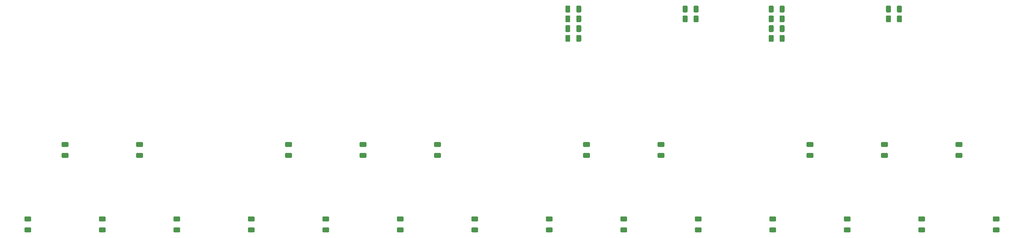
<source format=gtp>
G04 #@! TF.GenerationSoftware,KiCad,Pcbnew,(5.1.10)-1*
G04 #@! TF.CreationDate,2021-09-29T18:39:33-04:00*
G04 #@! TF.ProjectId,design,64657369-676e-42e6-9b69-6361645f7063,rev?*
G04 #@! TF.SameCoordinates,Original*
G04 #@! TF.FileFunction,Paste,Top*
G04 #@! TF.FilePolarity,Positive*
%FSLAX46Y46*%
G04 Gerber Fmt 4.6, Leading zero omitted, Abs format (unit mm)*
G04 Created by KiCad (PCBNEW (5.1.10)-1) date 2021-09-29 18:39:33*
%MOMM*%
%LPD*%
G01*
G04 APERTURE LIST*
G04 APERTURE END LIST*
G36*
G01*
X235575000Y-95845000D02*
X234325000Y-95845000D01*
G75*
G02*
X234075000Y-95595000I0J250000D01*
G01*
X234075000Y-94845000D01*
G75*
G02*
X234325000Y-94595000I250000J0D01*
G01*
X235575000Y-94595000D01*
G75*
G02*
X235825000Y-94845000I0J-250000D01*
G01*
X235825000Y-95595000D01*
G75*
G02*
X235575000Y-95845000I-250000J0D01*
G01*
G37*
G36*
G01*
X235575000Y-98645000D02*
X234325000Y-98645000D01*
G75*
G02*
X234075000Y-98395000I0J250000D01*
G01*
X234075000Y-97645000D01*
G75*
G02*
X234325000Y-97395000I250000J0D01*
G01*
X235575000Y-97395000D01*
G75*
G02*
X235825000Y-97645000I0J-250000D01*
G01*
X235825000Y-98395000D01*
G75*
G02*
X235575000Y-98645000I-250000J0D01*
G01*
G37*
G36*
G01*
X111750000Y-114895000D02*
X110500000Y-114895000D01*
G75*
G02*
X110250000Y-114645000I0J250000D01*
G01*
X110250000Y-113895000D01*
G75*
G02*
X110500000Y-113645000I250000J0D01*
G01*
X111750000Y-113645000D01*
G75*
G02*
X112000000Y-113895000I0J-250000D01*
G01*
X112000000Y-114645000D01*
G75*
G02*
X111750000Y-114895000I-250000J0D01*
G01*
G37*
G36*
G01*
X111750000Y-117695000D02*
X110500000Y-117695000D01*
G75*
G02*
X110250000Y-117445000I0J250000D01*
G01*
X110250000Y-116695000D01*
G75*
G02*
X110500000Y-116445000I250000J0D01*
G01*
X111750000Y-116445000D01*
G75*
G02*
X112000000Y-116695000I0J-250000D01*
G01*
X112000000Y-117445000D01*
G75*
G02*
X111750000Y-117695000I-250000J0D01*
G01*
G37*
G36*
G01*
X207000000Y-114895000D02*
X205750000Y-114895000D01*
G75*
G02*
X205500000Y-114645000I0J250000D01*
G01*
X205500000Y-113895000D01*
G75*
G02*
X205750000Y-113645000I250000J0D01*
G01*
X207000000Y-113645000D01*
G75*
G02*
X207250000Y-113895000I0J-250000D01*
G01*
X207250000Y-114645000D01*
G75*
G02*
X207000000Y-114895000I-250000J0D01*
G01*
G37*
G36*
G01*
X207000000Y-117695000D02*
X205750000Y-117695000D01*
G75*
G02*
X205500000Y-117445000I0J250000D01*
G01*
X205500000Y-116695000D01*
G75*
G02*
X205750000Y-116445000I250000J0D01*
G01*
X207000000Y-116445000D01*
G75*
G02*
X207250000Y-116695000I0J-250000D01*
G01*
X207250000Y-117445000D01*
G75*
G02*
X207000000Y-117695000I-250000J0D01*
G01*
G37*
G36*
G01*
X205200000Y-61210000D02*
X205200000Y-59960000D01*
G75*
G02*
X205450000Y-59710000I250000J0D01*
G01*
X206200000Y-59710000D01*
G75*
G02*
X206450000Y-59960000I0J-250000D01*
G01*
X206450000Y-61210000D01*
G75*
G02*
X206200000Y-61460000I-250000J0D01*
G01*
X205450000Y-61460000D01*
G75*
G02*
X205200000Y-61210000I0J250000D01*
G01*
G37*
G36*
G01*
X202400000Y-61210000D02*
X202400000Y-59960000D01*
G75*
G02*
X202650000Y-59710000I250000J0D01*
G01*
X203400000Y-59710000D01*
G75*
G02*
X203650000Y-59960000I0J-250000D01*
G01*
X203650000Y-61210000D01*
G75*
G02*
X203400000Y-61460000I-250000J0D01*
G01*
X202650000Y-61460000D01*
G75*
G02*
X202400000Y-61210000I0J250000D01*
G01*
G37*
G36*
G01*
X205200000Y-63710000D02*
X205200000Y-62460000D01*
G75*
G02*
X205450000Y-62210000I250000J0D01*
G01*
X206200000Y-62210000D01*
G75*
G02*
X206450000Y-62460000I0J-250000D01*
G01*
X206450000Y-63710000D01*
G75*
G02*
X206200000Y-63960000I-250000J0D01*
G01*
X205450000Y-63960000D01*
G75*
G02*
X205200000Y-63710000I0J250000D01*
G01*
G37*
G36*
G01*
X202400000Y-63710000D02*
X202400000Y-62460000D01*
G75*
G02*
X202650000Y-62210000I250000J0D01*
G01*
X203400000Y-62210000D01*
G75*
G02*
X203650000Y-62460000I0J-250000D01*
G01*
X203650000Y-63710000D01*
G75*
G02*
X203400000Y-63960000I-250000J0D01*
G01*
X202650000Y-63960000D01*
G75*
G02*
X202400000Y-63710000I0J250000D01*
G01*
G37*
G36*
G01*
X64125000Y-95845000D02*
X62875000Y-95845000D01*
G75*
G02*
X62625000Y-95595000I0J250000D01*
G01*
X62625000Y-94845000D01*
G75*
G02*
X62875000Y-94595000I250000J0D01*
G01*
X64125000Y-94595000D01*
G75*
G02*
X64375000Y-94845000I0J-250000D01*
G01*
X64375000Y-95595000D01*
G75*
G02*
X64125000Y-95845000I-250000J0D01*
G01*
G37*
G36*
G01*
X64125000Y-98645000D02*
X62875000Y-98645000D01*
G75*
G02*
X62625000Y-98395000I0J250000D01*
G01*
X62625000Y-97645000D01*
G75*
G02*
X62875000Y-97395000I250000J0D01*
G01*
X64125000Y-97395000D01*
G75*
G02*
X64375000Y-97645000I0J-250000D01*
G01*
X64375000Y-98395000D01*
G75*
G02*
X64125000Y-98645000I-250000J0D01*
G01*
G37*
G36*
G01*
X45075000Y-95845000D02*
X43825000Y-95845000D01*
G75*
G02*
X43575000Y-95595000I0J250000D01*
G01*
X43575000Y-94845000D01*
G75*
G02*
X43825000Y-94595000I250000J0D01*
G01*
X45075000Y-94595000D01*
G75*
G02*
X45325000Y-94845000I0J-250000D01*
G01*
X45325000Y-95595000D01*
G75*
G02*
X45075000Y-95845000I-250000J0D01*
G01*
G37*
G36*
G01*
X45075000Y-98645000D02*
X43825000Y-98645000D01*
G75*
G02*
X43575000Y-98395000I0J250000D01*
G01*
X43575000Y-97645000D01*
G75*
G02*
X43825000Y-97395000I250000J0D01*
G01*
X45075000Y-97395000D01*
G75*
G02*
X45325000Y-97645000I0J-250000D01*
G01*
X45325000Y-98395000D01*
G75*
G02*
X45075000Y-98645000I-250000J0D01*
G01*
G37*
G36*
G01*
X283200000Y-114895000D02*
X281950000Y-114895000D01*
G75*
G02*
X281700000Y-114645000I0J250000D01*
G01*
X281700000Y-113895000D01*
G75*
G02*
X281950000Y-113645000I250000J0D01*
G01*
X283200000Y-113645000D01*
G75*
G02*
X283450000Y-113895000I0J-250000D01*
G01*
X283450000Y-114645000D01*
G75*
G02*
X283200000Y-114895000I-250000J0D01*
G01*
G37*
G36*
G01*
X283200000Y-117695000D02*
X281950000Y-117695000D01*
G75*
G02*
X281700000Y-117445000I0J250000D01*
G01*
X281700000Y-116695000D01*
G75*
G02*
X281950000Y-116445000I250000J0D01*
G01*
X283200000Y-116445000D01*
G75*
G02*
X283450000Y-116695000I0J-250000D01*
G01*
X283450000Y-117445000D01*
G75*
G02*
X283200000Y-117695000I-250000J0D01*
G01*
G37*
G36*
G01*
X226050000Y-114895000D02*
X224800000Y-114895000D01*
G75*
G02*
X224550000Y-114645000I0J250000D01*
G01*
X224550000Y-113895000D01*
G75*
G02*
X224800000Y-113645000I250000J0D01*
G01*
X226050000Y-113645000D01*
G75*
G02*
X226300000Y-113895000I0J-250000D01*
G01*
X226300000Y-114645000D01*
G75*
G02*
X226050000Y-114895000I-250000J0D01*
G01*
G37*
G36*
G01*
X226050000Y-117695000D02*
X224800000Y-117695000D01*
G75*
G02*
X224550000Y-117445000I0J250000D01*
G01*
X224550000Y-116695000D01*
G75*
G02*
X224800000Y-116445000I250000J0D01*
G01*
X226050000Y-116445000D01*
G75*
G02*
X226300000Y-116695000I0J-250000D01*
G01*
X226300000Y-117445000D01*
G75*
G02*
X226050000Y-117695000I-250000J0D01*
G01*
G37*
G36*
G01*
X149850000Y-114895000D02*
X148600000Y-114895000D01*
G75*
G02*
X148350000Y-114645000I0J250000D01*
G01*
X148350000Y-113895000D01*
G75*
G02*
X148600000Y-113645000I250000J0D01*
G01*
X149850000Y-113645000D01*
G75*
G02*
X150100000Y-113895000I0J-250000D01*
G01*
X150100000Y-114645000D01*
G75*
G02*
X149850000Y-114895000I-250000J0D01*
G01*
G37*
G36*
G01*
X149850000Y-117695000D02*
X148600000Y-117695000D01*
G75*
G02*
X148350000Y-117445000I0J250000D01*
G01*
X148350000Y-116695000D01*
G75*
G02*
X148600000Y-116445000I250000J0D01*
G01*
X149850000Y-116445000D01*
G75*
G02*
X150100000Y-116695000I0J-250000D01*
G01*
X150100000Y-117445000D01*
G75*
G02*
X149850000Y-117695000I-250000J0D01*
G01*
G37*
G36*
G01*
X92700000Y-114895000D02*
X91450000Y-114895000D01*
G75*
G02*
X91200000Y-114645000I0J250000D01*
G01*
X91200000Y-113895000D01*
G75*
G02*
X91450000Y-113645000I250000J0D01*
G01*
X92700000Y-113645000D01*
G75*
G02*
X92950000Y-113895000I0J-250000D01*
G01*
X92950000Y-114645000D01*
G75*
G02*
X92700000Y-114895000I-250000J0D01*
G01*
G37*
G36*
G01*
X92700000Y-117695000D02*
X91450000Y-117695000D01*
G75*
G02*
X91200000Y-117445000I0J250000D01*
G01*
X91200000Y-116695000D01*
G75*
G02*
X91450000Y-116445000I250000J0D01*
G01*
X92700000Y-116445000D01*
G75*
G02*
X92950000Y-116695000I0J-250000D01*
G01*
X92950000Y-117445000D01*
G75*
G02*
X92700000Y-117695000I-250000J0D01*
G01*
G37*
G36*
G01*
X273675000Y-95845000D02*
X272425000Y-95845000D01*
G75*
G02*
X272175000Y-95595000I0J250000D01*
G01*
X272175000Y-94845000D01*
G75*
G02*
X272425000Y-94595000I250000J0D01*
G01*
X273675000Y-94595000D01*
G75*
G02*
X273925000Y-94845000I0J-250000D01*
G01*
X273925000Y-95595000D01*
G75*
G02*
X273675000Y-95845000I-250000J0D01*
G01*
G37*
G36*
G01*
X273675000Y-98645000D02*
X272425000Y-98645000D01*
G75*
G02*
X272175000Y-98395000I0J250000D01*
G01*
X272175000Y-97645000D01*
G75*
G02*
X272425000Y-97395000I250000J0D01*
G01*
X273675000Y-97395000D01*
G75*
G02*
X273925000Y-97645000I0J-250000D01*
G01*
X273925000Y-98395000D01*
G75*
G02*
X273675000Y-98645000I-250000J0D01*
G01*
G37*
G36*
G01*
X140325000Y-95845000D02*
X139075000Y-95845000D01*
G75*
G02*
X138825000Y-95595000I0J250000D01*
G01*
X138825000Y-94845000D01*
G75*
G02*
X139075000Y-94595000I250000J0D01*
G01*
X140325000Y-94595000D01*
G75*
G02*
X140575000Y-94845000I0J-250000D01*
G01*
X140575000Y-95595000D01*
G75*
G02*
X140325000Y-95845000I-250000J0D01*
G01*
G37*
G36*
G01*
X140325000Y-98645000D02*
X139075000Y-98645000D01*
G75*
G02*
X138825000Y-98395000I0J250000D01*
G01*
X138825000Y-97645000D01*
G75*
G02*
X139075000Y-97395000I250000J0D01*
G01*
X140325000Y-97395000D01*
G75*
G02*
X140575000Y-97645000I0J-250000D01*
G01*
X140575000Y-98395000D01*
G75*
G02*
X140325000Y-98645000I-250000J0D01*
G01*
G37*
G36*
G01*
X73650000Y-114895000D02*
X72400000Y-114895000D01*
G75*
G02*
X72150000Y-114645000I0J250000D01*
G01*
X72150000Y-113895000D01*
G75*
G02*
X72400000Y-113645000I250000J0D01*
G01*
X73650000Y-113645000D01*
G75*
G02*
X73900000Y-113895000I0J-250000D01*
G01*
X73900000Y-114645000D01*
G75*
G02*
X73650000Y-114895000I-250000J0D01*
G01*
G37*
G36*
G01*
X73650000Y-117695000D02*
X72400000Y-117695000D01*
G75*
G02*
X72150000Y-117445000I0J250000D01*
G01*
X72150000Y-116695000D01*
G75*
G02*
X72400000Y-116445000I250000J0D01*
G01*
X73650000Y-116445000D01*
G75*
G02*
X73900000Y-116695000I0J-250000D01*
G01*
X73900000Y-117445000D01*
G75*
G02*
X73650000Y-117695000I-250000J0D01*
G01*
G37*
G36*
G01*
X264150000Y-114895000D02*
X262900000Y-114895000D01*
G75*
G02*
X262650000Y-114645000I0J250000D01*
G01*
X262650000Y-113895000D01*
G75*
G02*
X262900000Y-113645000I250000J0D01*
G01*
X264150000Y-113645000D01*
G75*
G02*
X264400000Y-113895000I0J-250000D01*
G01*
X264400000Y-114645000D01*
G75*
G02*
X264150000Y-114895000I-250000J0D01*
G01*
G37*
G36*
G01*
X264150000Y-117695000D02*
X262900000Y-117695000D01*
G75*
G02*
X262650000Y-117445000I0J250000D01*
G01*
X262650000Y-116695000D01*
G75*
G02*
X262900000Y-116445000I250000J0D01*
G01*
X264150000Y-116445000D01*
G75*
G02*
X264400000Y-116695000I0J-250000D01*
G01*
X264400000Y-117445000D01*
G75*
G02*
X264150000Y-117695000I-250000J0D01*
G01*
G37*
G36*
G01*
X197475000Y-95845000D02*
X196225000Y-95845000D01*
G75*
G02*
X195975000Y-95595000I0J250000D01*
G01*
X195975000Y-94845000D01*
G75*
G02*
X196225000Y-94595000I250000J0D01*
G01*
X197475000Y-94595000D01*
G75*
G02*
X197725000Y-94845000I0J-250000D01*
G01*
X197725000Y-95595000D01*
G75*
G02*
X197475000Y-95845000I-250000J0D01*
G01*
G37*
G36*
G01*
X197475000Y-98645000D02*
X196225000Y-98645000D01*
G75*
G02*
X195975000Y-98395000I0J250000D01*
G01*
X195975000Y-97645000D01*
G75*
G02*
X196225000Y-97395000I250000J0D01*
G01*
X197475000Y-97395000D01*
G75*
G02*
X197725000Y-97645000I0J-250000D01*
G01*
X197725000Y-98395000D01*
G75*
G02*
X197475000Y-98645000I-250000J0D01*
G01*
G37*
G36*
G01*
X130800000Y-114895000D02*
X129550000Y-114895000D01*
G75*
G02*
X129300000Y-114645000I0J250000D01*
G01*
X129300000Y-113895000D01*
G75*
G02*
X129550000Y-113645000I250000J0D01*
G01*
X130800000Y-113645000D01*
G75*
G02*
X131050000Y-113895000I0J-250000D01*
G01*
X131050000Y-114645000D01*
G75*
G02*
X130800000Y-114895000I-250000J0D01*
G01*
G37*
G36*
G01*
X130800000Y-117695000D02*
X129550000Y-117695000D01*
G75*
G02*
X129300000Y-117445000I0J250000D01*
G01*
X129300000Y-116695000D01*
G75*
G02*
X129550000Y-116445000I250000J0D01*
G01*
X130800000Y-116445000D01*
G75*
G02*
X131050000Y-116695000I0J-250000D01*
G01*
X131050000Y-117445000D01*
G75*
G02*
X130800000Y-117695000I-250000J0D01*
G01*
G37*
G36*
G01*
X254625000Y-95845000D02*
X253375000Y-95845000D01*
G75*
G02*
X253125000Y-95595000I0J250000D01*
G01*
X253125000Y-94845000D01*
G75*
G02*
X253375000Y-94595000I250000J0D01*
G01*
X254625000Y-94595000D01*
G75*
G02*
X254875000Y-94845000I0J-250000D01*
G01*
X254875000Y-95595000D01*
G75*
G02*
X254625000Y-95845000I-250000J0D01*
G01*
G37*
G36*
G01*
X254625000Y-98645000D02*
X253375000Y-98645000D01*
G75*
G02*
X253125000Y-98395000I0J250000D01*
G01*
X253125000Y-97645000D01*
G75*
G02*
X253375000Y-97395000I250000J0D01*
G01*
X254625000Y-97395000D01*
G75*
G02*
X254875000Y-97645000I0J-250000D01*
G01*
X254875000Y-98395000D01*
G75*
G02*
X254625000Y-98645000I-250000J0D01*
G01*
G37*
G36*
G01*
X187950000Y-114895000D02*
X186700000Y-114895000D01*
G75*
G02*
X186450000Y-114645000I0J250000D01*
G01*
X186450000Y-113895000D01*
G75*
G02*
X186700000Y-113645000I250000J0D01*
G01*
X187950000Y-113645000D01*
G75*
G02*
X188200000Y-113895000I0J-250000D01*
G01*
X188200000Y-114645000D01*
G75*
G02*
X187950000Y-114895000I-250000J0D01*
G01*
G37*
G36*
G01*
X187950000Y-117695000D02*
X186700000Y-117695000D01*
G75*
G02*
X186450000Y-117445000I0J250000D01*
G01*
X186450000Y-116695000D01*
G75*
G02*
X186700000Y-116445000I250000J0D01*
G01*
X187950000Y-116445000D01*
G75*
G02*
X188200000Y-116695000I0J-250000D01*
G01*
X188200000Y-117445000D01*
G75*
G02*
X187950000Y-117695000I-250000J0D01*
G01*
G37*
G36*
G01*
X121275000Y-95845000D02*
X120025000Y-95845000D01*
G75*
G02*
X119775000Y-95595000I0J250000D01*
G01*
X119775000Y-94845000D01*
G75*
G02*
X120025000Y-94595000I250000J0D01*
G01*
X121275000Y-94595000D01*
G75*
G02*
X121525000Y-94845000I0J-250000D01*
G01*
X121525000Y-95595000D01*
G75*
G02*
X121275000Y-95845000I-250000J0D01*
G01*
G37*
G36*
G01*
X121275000Y-98645000D02*
X120025000Y-98645000D01*
G75*
G02*
X119775000Y-98395000I0J250000D01*
G01*
X119775000Y-97645000D01*
G75*
G02*
X120025000Y-97395000I250000J0D01*
G01*
X121275000Y-97395000D01*
G75*
G02*
X121525000Y-97645000I0J-250000D01*
G01*
X121525000Y-98395000D01*
G75*
G02*
X121275000Y-98645000I-250000J0D01*
G01*
G37*
G36*
G01*
X54600000Y-114895000D02*
X53350000Y-114895000D01*
G75*
G02*
X53100000Y-114645000I0J250000D01*
G01*
X53100000Y-113895000D01*
G75*
G02*
X53350000Y-113645000I250000J0D01*
G01*
X54600000Y-113645000D01*
G75*
G02*
X54850000Y-113895000I0J-250000D01*
G01*
X54850000Y-114645000D01*
G75*
G02*
X54600000Y-114895000I-250000J0D01*
G01*
G37*
G36*
G01*
X54600000Y-117695000D02*
X53350000Y-117695000D01*
G75*
G02*
X53100000Y-117445000I0J250000D01*
G01*
X53100000Y-116695000D01*
G75*
G02*
X53350000Y-116445000I250000J0D01*
G01*
X54600000Y-116445000D01*
G75*
G02*
X54850000Y-116695000I0J-250000D01*
G01*
X54850000Y-117445000D01*
G75*
G02*
X54600000Y-117695000I-250000J0D01*
G01*
G37*
G36*
G01*
X245100000Y-114895000D02*
X243850000Y-114895000D01*
G75*
G02*
X243600000Y-114645000I0J250000D01*
G01*
X243600000Y-113895000D01*
G75*
G02*
X243850000Y-113645000I250000J0D01*
G01*
X245100000Y-113645000D01*
G75*
G02*
X245350000Y-113895000I0J-250000D01*
G01*
X245350000Y-114645000D01*
G75*
G02*
X245100000Y-114895000I-250000J0D01*
G01*
G37*
G36*
G01*
X245100000Y-117695000D02*
X243850000Y-117695000D01*
G75*
G02*
X243600000Y-117445000I0J250000D01*
G01*
X243600000Y-116695000D01*
G75*
G02*
X243850000Y-116445000I250000J0D01*
G01*
X245100000Y-116445000D01*
G75*
G02*
X245350000Y-116695000I0J-250000D01*
G01*
X245350000Y-117445000D01*
G75*
G02*
X245100000Y-117695000I-250000J0D01*
G01*
G37*
G36*
G01*
X178425000Y-95845000D02*
X177175000Y-95845000D01*
G75*
G02*
X176925000Y-95595000I0J250000D01*
G01*
X176925000Y-94845000D01*
G75*
G02*
X177175000Y-94595000I250000J0D01*
G01*
X178425000Y-94595000D01*
G75*
G02*
X178675000Y-94845000I0J-250000D01*
G01*
X178675000Y-95595000D01*
G75*
G02*
X178425000Y-95845000I-250000J0D01*
G01*
G37*
G36*
G01*
X178425000Y-98645000D02*
X177175000Y-98645000D01*
G75*
G02*
X176925000Y-98395000I0J250000D01*
G01*
X176925000Y-97645000D01*
G75*
G02*
X177175000Y-97395000I250000J0D01*
G01*
X178425000Y-97395000D01*
G75*
G02*
X178675000Y-97645000I0J-250000D01*
G01*
X178675000Y-98395000D01*
G75*
G02*
X178425000Y-98645000I-250000J0D01*
G01*
G37*
G36*
G01*
X168900000Y-114895000D02*
X167650000Y-114895000D01*
G75*
G02*
X167400000Y-114645000I0J250000D01*
G01*
X167400000Y-113895000D01*
G75*
G02*
X167650000Y-113645000I250000J0D01*
G01*
X168900000Y-113645000D01*
G75*
G02*
X169150000Y-113895000I0J-250000D01*
G01*
X169150000Y-114645000D01*
G75*
G02*
X168900000Y-114895000I-250000J0D01*
G01*
G37*
G36*
G01*
X168900000Y-117695000D02*
X167650000Y-117695000D01*
G75*
G02*
X167400000Y-117445000I0J250000D01*
G01*
X167400000Y-116695000D01*
G75*
G02*
X167650000Y-116445000I250000J0D01*
G01*
X168900000Y-116445000D01*
G75*
G02*
X169150000Y-116695000I0J-250000D01*
G01*
X169150000Y-117445000D01*
G75*
G02*
X168900000Y-117695000I-250000J0D01*
G01*
G37*
G36*
G01*
X102225000Y-95845000D02*
X100975000Y-95845000D01*
G75*
G02*
X100725000Y-95595000I0J250000D01*
G01*
X100725000Y-94845000D01*
G75*
G02*
X100975000Y-94595000I250000J0D01*
G01*
X102225000Y-94595000D01*
G75*
G02*
X102475000Y-94845000I0J-250000D01*
G01*
X102475000Y-95595000D01*
G75*
G02*
X102225000Y-95845000I-250000J0D01*
G01*
G37*
G36*
G01*
X102225000Y-98645000D02*
X100975000Y-98645000D01*
G75*
G02*
X100725000Y-98395000I0J250000D01*
G01*
X100725000Y-97645000D01*
G75*
G02*
X100975000Y-97395000I250000J0D01*
G01*
X102225000Y-97395000D01*
G75*
G02*
X102475000Y-97645000I0J-250000D01*
G01*
X102475000Y-98395000D01*
G75*
G02*
X102225000Y-98645000I-250000J0D01*
G01*
G37*
G36*
G01*
X35550000Y-114895000D02*
X34300000Y-114895000D01*
G75*
G02*
X34050000Y-114645000I0J250000D01*
G01*
X34050000Y-113895000D01*
G75*
G02*
X34300000Y-113645000I250000J0D01*
G01*
X35550000Y-113645000D01*
G75*
G02*
X35800000Y-113895000I0J-250000D01*
G01*
X35800000Y-114645000D01*
G75*
G02*
X35550000Y-114895000I-250000J0D01*
G01*
G37*
G36*
G01*
X35550000Y-117695000D02*
X34300000Y-117695000D01*
G75*
G02*
X34050000Y-117445000I0J250000D01*
G01*
X34050000Y-116695000D01*
G75*
G02*
X34300000Y-116445000I250000J0D01*
G01*
X35550000Y-116445000D01*
G75*
G02*
X35800000Y-116695000I0J-250000D01*
G01*
X35800000Y-117445000D01*
G75*
G02*
X35550000Y-117695000I-250000J0D01*
G01*
G37*
G36*
G01*
X173650000Y-59960000D02*
X173650000Y-61210000D01*
G75*
G02*
X173400000Y-61460000I-250000J0D01*
G01*
X172650000Y-61460000D01*
G75*
G02*
X172400000Y-61210000I0J250000D01*
G01*
X172400000Y-59960000D01*
G75*
G02*
X172650000Y-59710000I250000J0D01*
G01*
X173400000Y-59710000D01*
G75*
G02*
X173650000Y-59960000I0J-250000D01*
G01*
G37*
G36*
G01*
X176450000Y-59960000D02*
X176450000Y-61210000D01*
G75*
G02*
X176200000Y-61460000I-250000J0D01*
G01*
X175450000Y-61460000D01*
G75*
G02*
X175200000Y-61210000I0J250000D01*
G01*
X175200000Y-59960000D01*
G75*
G02*
X175450000Y-59710000I250000J0D01*
G01*
X176200000Y-59710000D01*
G75*
G02*
X176450000Y-59960000I0J-250000D01*
G01*
G37*
G36*
G01*
X257200000Y-63710000D02*
X257200000Y-62460000D01*
G75*
G02*
X257450000Y-62210000I250000J0D01*
G01*
X258200000Y-62210000D01*
G75*
G02*
X258450000Y-62460000I0J-250000D01*
G01*
X258450000Y-63710000D01*
G75*
G02*
X258200000Y-63960000I-250000J0D01*
G01*
X257450000Y-63960000D01*
G75*
G02*
X257200000Y-63710000I0J250000D01*
G01*
G37*
G36*
G01*
X254400000Y-63710000D02*
X254400000Y-62460000D01*
G75*
G02*
X254650000Y-62210000I250000J0D01*
G01*
X255400000Y-62210000D01*
G75*
G02*
X255650000Y-62460000I0J-250000D01*
G01*
X255650000Y-63710000D01*
G75*
G02*
X255400000Y-63960000I-250000J0D01*
G01*
X254650000Y-63960000D01*
G75*
G02*
X254400000Y-63710000I0J250000D01*
G01*
G37*
G36*
G01*
X257200000Y-61210000D02*
X257200000Y-59960000D01*
G75*
G02*
X257450000Y-59710000I250000J0D01*
G01*
X258200000Y-59710000D01*
G75*
G02*
X258450000Y-59960000I0J-250000D01*
G01*
X258450000Y-61210000D01*
G75*
G02*
X258200000Y-61460000I-250000J0D01*
G01*
X257450000Y-61460000D01*
G75*
G02*
X257200000Y-61210000I0J250000D01*
G01*
G37*
G36*
G01*
X254400000Y-61210000D02*
X254400000Y-59960000D01*
G75*
G02*
X254650000Y-59710000I250000J0D01*
G01*
X255400000Y-59710000D01*
G75*
G02*
X255650000Y-59960000I0J-250000D01*
G01*
X255650000Y-61210000D01*
G75*
G02*
X255400000Y-61460000I-250000J0D01*
G01*
X254650000Y-61460000D01*
G75*
G02*
X254400000Y-61210000I0J250000D01*
G01*
G37*
G36*
G01*
X225650000Y-59960000D02*
X225650000Y-61210000D01*
G75*
G02*
X225400000Y-61460000I-250000J0D01*
G01*
X224650000Y-61460000D01*
G75*
G02*
X224400000Y-61210000I0J250000D01*
G01*
X224400000Y-59960000D01*
G75*
G02*
X224650000Y-59710000I250000J0D01*
G01*
X225400000Y-59710000D01*
G75*
G02*
X225650000Y-59960000I0J-250000D01*
G01*
G37*
G36*
G01*
X228450000Y-59960000D02*
X228450000Y-61210000D01*
G75*
G02*
X228200000Y-61460000I-250000J0D01*
G01*
X227450000Y-61460000D01*
G75*
G02*
X227200000Y-61210000I0J250000D01*
G01*
X227200000Y-59960000D01*
G75*
G02*
X227450000Y-59710000I250000J0D01*
G01*
X228200000Y-59710000D01*
G75*
G02*
X228450000Y-59960000I0J-250000D01*
G01*
G37*
G36*
G01*
X173650000Y-67460000D02*
X173650000Y-68710000D01*
G75*
G02*
X173400000Y-68960000I-250000J0D01*
G01*
X172650000Y-68960000D01*
G75*
G02*
X172400000Y-68710000I0J250000D01*
G01*
X172400000Y-67460000D01*
G75*
G02*
X172650000Y-67210000I250000J0D01*
G01*
X173400000Y-67210000D01*
G75*
G02*
X173650000Y-67460000I0J-250000D01*
G01*
G37*
G36*
G01*
X176450000Y-67460000D02*
X176450000Y-68710000D01*
G75*
G02*
X176200000Y-68960000I-250000J0D01*
G01*
X175450000Y-68960000D01*
G75*
G02*
X175200000Y-68710000I0J250000D01*
G01*
X175200000Y-67460000D01*
G75*
G02*
X175450000Y-67210000I250000J0D01*
G01*
X176200000Y-67210000D01*
G75*
G02*
X176450000Y-67460000I0J-250000D01*
G01*
G37*
G36*
G01*
X225650000Y-67460000D02*
X225650000Y-68710000D01*
G75*
G02*
X225400000Y-68960000I-250000J0D01*
G01*
X224650000Y-68960000D01*
G75*
G02*
X224400000Y-68710000I0J250000D01*
G01*
X224400000Y-67460000D01*
G75*
G02*
X224650000Y-67210000I250000J0D01*
G01*
X225400000Y-67210000D01*
G75*
G02*
X225650000Y-67460000I0J-250000D01*
G01*
G37*
G36*
G01*
X228450000Y-67460000D02*
X228450000Y-68710000D01*
G75*
G02*
X228200000Y-68960000I-250000J0D01*
G01*
X227450000Y-68960000D01*
G75*
G02*
X227200000Y-68710000I0J250000D01*
G01*
X227200000Y-67460000D01*
G75*
G02*
X227450000Y-67210000I250000J0D01*
G01*
X228200000Y-67210000D01*
G75*
G02*
X228450000Y-67460000I0J-250000D01*
G01*
G37*
G36*
G01*
X173650000Y-64960000D02*
X173650000Y-66210000D01*
G75*
G02*
X173400000Y-66460000I-250000J0D01*
G01*
X172650000Y-66460000D01*
G75*
G02*
X172400000Y-66210000I0J250000D01*
G01*
X172400000Y-64960000D01*
G75*
G02*
X172650000Y-64710000I250000J0D01*
G01*
X173400000Y-64710000D01*
G75*
G02*
X173650000Y-64960000I0J-250000D01*
G01*
G37*
G36*
G01*
X176450000Y-64960000D02*
X176450000Y-66210000D01*
G75*
G02*
X176200000Y-66460000I-250000J0D01*
G01*
X175450000Y-66460000D01*
G75*
G02*
X175200000Y-66210000I0J250000D01*
G01*
X175200000Y-64960000D01*
G75*
G02*
X175450000Y-64710000I250000J0D01*
G01*
X176200000Y-64710000D01*
G75*
G02*
X176450000Y-64960000I0J-250000D01*
G01*
G37*
G36*
G01*
X225650000Y-64960000D02*
X225650000Y-66210000D01*
G75*
G02*
X225400000Y-66460000I-250000J0D01*
G01*
X224650000Y-66460000D01*
G75*
G02*
X224400000Y-66210000I0J250000D01*
G01*
X224400000Y-64960000D01*
G75*
G02*
X224650000Y-64710000I250000J0D01*
G01*
X225400000Y-64710000D01*
G75*
G02*
X225650000Y-64960000I0J-250000D01*
G01*
G37*
G36*
G01*
X228450000Y-64960000D02*
X228450000Y-66210000D01*
G75*
G02*
X228200000Y-66460000I-250000J0D01*
G01*
X227450000Y-66460000D01*
G75*
G02*
X227200000Y-66210000I0J250000D01*
G01*
X227200000Y-64960000D01*
G75*
G02*
X227450000Y-64710000I250000J0D01*
G01*
X228200000Y-64710000D01*
G75*
G02*
X228450000Y-64960000I0J-250000D01*
G01*
G37*
G36*
G01*
X173650000Y-62460000D02*
X173650000Y-63710000D01*
G75*
G02*
X173400000Y-63960000I-250000J0D01*
G01*
X172650000Y-63960000D01*
G75*
G02*
X172400000Y-63710000I0J250000D01*
G01*
X172400000Y-62460000D01*
G75*
G02*
X172650000Y-62210000I250000J0D01*
G01*
X173400000Y-62210000D01*
G75*
G02*
X173650000Y-62460000I0J-250000D01*
G01*
G37*
G36*
G01*
X176450000Y-62460000D02*
X176450000Y-63710000D01*
G75*
G02*
X176200000Y-63960000I-250000J0D01*
G01*
X175450000Y-63960000D01*
G75*
G02*
X175200000Y-63710000I0J250000D01*
G01*
X175200000Y-62460000D01*
G75*
G02*
X175450000Y-62210000I250000J0D01*
G01*
X176200000Y-62210000D01*
G75*
G02*
X176450000Y-62460000I0J-250000D01*
G01*
G37*
G36*
G01*
X225650000Y-62460000D02*
X225650000Y-63710000D01*
G75*
G02*
X225400000Y-63960000I-250000J0D01*
G01*
X224650000Y-63960000D01*
G75*
G02*
X224400000Y-63710000I0J250000D01*
G01*
X224400000Y-62460000D01*
G75*
G02*
X224650000Y-62210000I250000J0D01*
G01*
X225400000Y-62210000D01*
G75*
G02*
X225650000Y-62460000I0J-250000D01*
G01*
G37*
G36*
G01*
X228450000Y-62460000D02*
X228450000Y-63710000D01*
G75*
G02*
X228200000Y-63960000I-250000J0D01*
G01*
X227450000Y-63960000D01*
G75*
G02*
X227200000Y-63710000I0J250000D01*
G01*
X227200000Y-62460000D01*
G75*
G02*
X227450000Y-62210000I250000J0D01*
G01*
X228200000Y-62210000D01*
G75*
G02*
X228450000Y-62460000I0J-250000D01*
G01*
G37*
M02*

</source>
